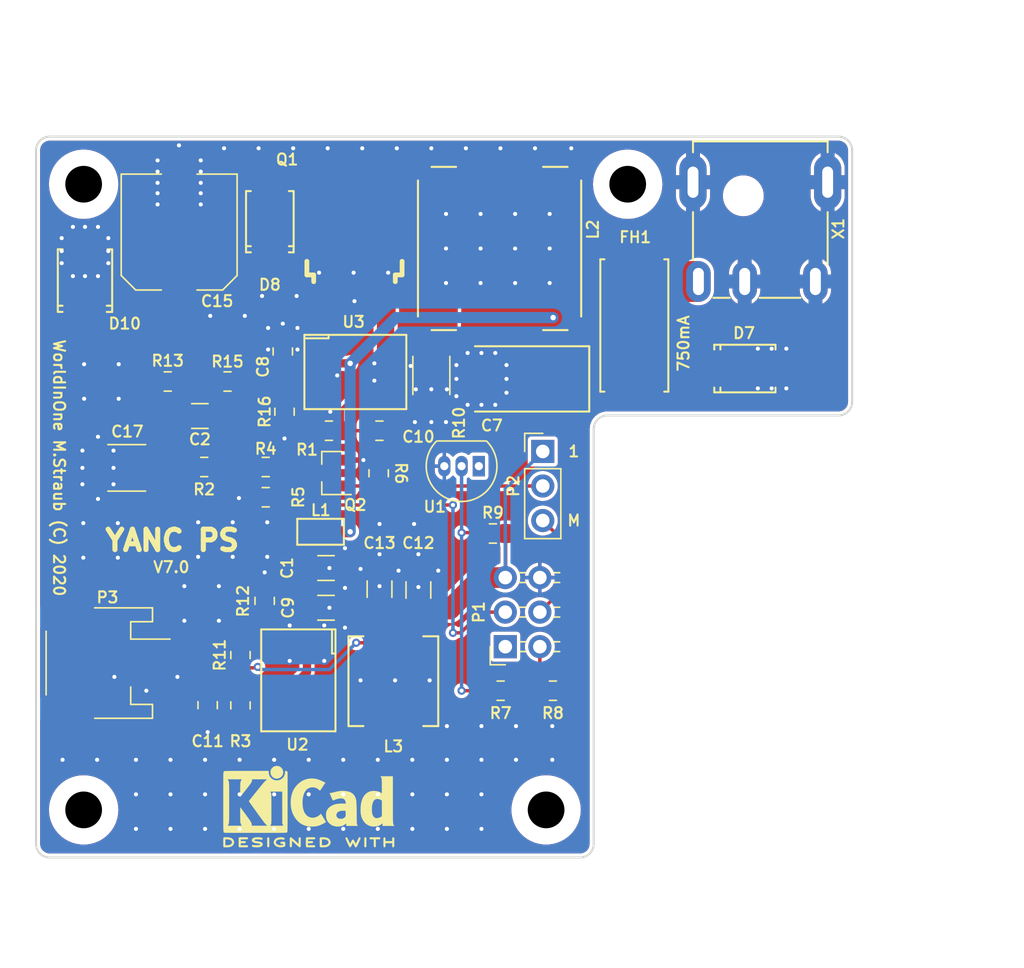
<source format=kicad_pcb>
(kicad_pcb (version 20201002) (generator pcbnew)
  (layers (0 "F.Cu" signal "Top") (31 "B.Cu" signal "Bottom") (35 "F.Paste" user) (37 "F.SilkS" user "F.Silkscreen") (38 "B.Mask" user) (39 "F.Mask" user) (44 "Edge.Cuts" user))
  (net 0 "")
  (net 1 "GND")
  (net 2 "Net-(C10-Pad1)")
  (net 3 "Net-(D8-Pad2)")
  (net 4 "Net-(FH1-Pad1)")
  (net 5 "Net-(Q1-Pad2)")
  (net 6 "Net-(Q1-Pad1)")
  (net 7 "Net-(R13-Pad1)")
  (net 8 "Net-(R2-Pad1)")
  (net 9 "/170V")
  (net 10 "/UIN")
  (net 11 "Net-(Q2-Pad3)")
  (net 12 "/HVON")
  (net 13 "/U170V")
  (net 14 "/CASETEMP")
  (net 15 "Net-(R7-Pad1)")
  (net 16 "Net-(P2-Pad2)")
  (net 17 "Net-(C2-Pad2)")
  (net 18 "/5V")
  (net 19 "Net-(U1-Pad1)")
  (net 20 "/UB")
  (net 21 "Net-(L3-Pad1)")
  (net 22 "Net-(R3-Pad2)")
  (net 23 "Net-(R11-Pad1)")
  (net 24 "Net-(C11-Pad2)")
  (net 25 "Net-(P1-Pad1)")
  (module "Resistor_SMD:R_0805_2012Metric" (layer "F.Cu") (at 114.8865 97.79 180)
    (fp_text reference "R4" (at 0 1.3335 unlocked) (layer "F.SilkS") (effects (font (size 0.8128 0.8128) (thickness 0.1524))))
    (fp_text value "10K")
    (pad "1" smd roundrect (at -0.9375 0 180) (size 0.975 1.4) (layers "F.Cu" "F.Paste" "F.Mask") (net 13 "/U170V"))
    (pad "2" smd roundrect (at 0.9375 0 180) (size 0.975 1.4) (layers "F.Cu" "F.Paste" "F.Mask") (net 8 "Net-(R2-Pad1)"))
  )
  (module "Mounting_Holes:MountingHole_2.7mm_M2.5_DIN965" (layer "F.Cu") (at 101.5 77)
    (fp_text reference "MH4" hide)
    (fp_text value "Mounting_Hole")
    (pad "" np_thru_hole circle (at 0 0) (size 5 5) (drill 2.7) (layers *.Mask) (clearance 1.2))
  )
  (module "Resistor_SMD:R_0805_2012Metric" (layer "F.Cu") (at 119.53225 95.1215)
    (fp_text reference "R1" (at -1.61275 1.3985 unlocked) (layer "F.SilkS") (effects (font (size 0.8128 0.8128) (thickness 0.1524))))
    (fp_text value "22K")
    (pad "1" smd roundrect (at -0.9375 0) (size 0.975 1.4) (layers "F.Cu" "F.Paste" "F.Mask") (net 11 "Net-(Q2-Pad3)"))
    (pad "2" smd roundrect (at 0.9375 0) (size 0.975 1.4) (layers "F.Cu" "F.Paste" "F.Mask") (net 10 "/UIN"))
  )
  (module "Capacitor_SMD:C_1206_3216Metric_95" (layer "F.Cu") (at 119.3195 105.2195 180)
    (fp_text reference "C1" (at 2.8605 0 90 unlocked) (layer "F.SilkS") (effects (font (size 0.8128 0.8128) (thickness 0.1524))))
    (fp_text value "22µ")
    (pad "1" smd roundrect (at -1.4 0 180) (size 1.25 1.75) (layers "F.Cu" "F.Paste" "F.Mask") (roundrect_rratio 0.2) (net 1 "GND"))
    (pad "2" smd roundrect (at 1.4 0 180) (size 1.25 1.75) (layers "F.Cu" "F.Paste" "F.Mask") (roundrect_rratio 0.2) (net 20 "/UB"))
  )
  (module "Capacitor_SMD:C_Elec_8x10.2" (layer "F.Cu") (at 108.5215 80.518 90)
    (fp_text reference "C15" (at -5.08 2.794 unlocked) (layer "F.SilkS") (effects (font (size 0.8128 0.8128) (thickness 0.1524))))
    (fp_text value "3.3µ")
    (pad "1" smd roundrect (at -3.6 0 90) (size 4.5 2.1) (layers "F.Cu" "F.Paste" "F.Mask") (roundrect_rratio 0.1190480952380952) (net 9 "/170V"))
    (pad "2" smd roundrect (at 3.6 0 90) (size 4.5 2.1) (layers "F.Cu" "F.Paste" "F.Mask") (roundrect_rratio 0.1190480952380952) (net 1 "GND"))
  )
  (module "WIO_Mech:PJ-051A" (layer "F.Cu") (at 150 77.851 -90)
    (fp_text reference "X1" (at 2.413 -6.985 -270 unlocked) (layer "F.SilkS") (effects (font (size 0.8128 0.8128) (thickness 0.1524))))
    (fp_text value "PJ-051A")
    (pad "" np_thru_hole circle (at 0 0 270) (size 2.5 2.5) (drill 2.5) (layers *.Cu *.Mask))
    (pad "1" thru_hole oval (at 6.3 3.3 270) (size 3 1.8) (drill oval 2 0.8) (layers *.Cu *.Mask) (net 4 "Net-(FH1-Pad1)"))
    (pad "2" thru_hole oval (at 6.3 -5.3 270) (size 3 1.8) (drill oval 2 0.8) (layers *.Cu *.Mask) (net 1 "GND"))
    (pad "3" thru_hole oval (at 6.3 -0.1 270) (size 3 1.8) (drill oval 2 0.8) (layers *.Cu *.Mask) (net 1 "GND"))
    (pad "CASE" thru_hole oval (at -1 3.7 270) (size 4 2) (drill oval 2.3 0.8) (layers *.Cu *.Mask) (net 1 "GND"))
    (pad "CASE" thru_hole oval (at -1 -6.2 270) (size 4 2) (drill oval 2.3 0.8) (layers *.Cu *.Mask) (net 1 "GND"))
  )
  (module "Resistor_SMD:R_0805_2012Metric" (layer "F.Cu") (at 110.363 97.79 180)
    (fp_text reference "R2" (at 0 -1.65 unlocked) (layer "F.SilkS") (effects (font (size 0.8128 0.8128) (thickness 0.1524))))
    (fp_text value "470K")
    (pad "1" smd roundrect (at -0.9375 0 180) (size 0.975 1.4) (layers "F.Cu" "F.Paste" "F.Mask") (net 8 "Net-(R2-Pad1)"))
    (pad "2" smd roundrect (at 0.9375 0 180) (size 0.975 1.4) (layers "F.Cu" "F.Paste" "F.Mask") (net 9 "/170V"))
  )
  (module "Resistor_SMD:R_0805_2012Metric" (layer "F.Cu") (at 113.03 111.618 -90)
    (fp_text reference "R11" (at 0 1.524 90 unlocked) (layer "F.SilkS") (effects (font (size 0.8128 0.8128) (thickness 0.1524))))
    (fp_text value "52.3K")
    (pad "1" smd roundrect (at -0.9375 0 270) (size 0.975 1.4) (layers "F.Cu" "F.Paste" "F.Mask") (net 23 "Net-(R11-Pad1)"))
    (pad "2" smd roundrect (at 0.9375 0 270) (size 0.975 1.4) (layers "F.Cu" "F.Paste" "F.Mask") (net 18 "/5V"))
  )
  (module "Connector_PinSocket_2.54mm:PinSocket_2x03_P2.54mm_Horizontal" (layer "F.Cu") (at 132.5 111 180)
    (fp_text reference "P1" (at 1.944 2.542 90 unlocked) (layer "F.SilkS") (effects (font (size 0.8128 0.8128) (thickness 0.1524))))
    (fp_text value "FE03-2W")
    (pad "1" thru_hole rect (at 0 0 180) (size 1.7 1.7) (drill 1) (layers *.Cu *.Mask) (net 25 "Net-(P1-Pad1)"))
    (pad "2" thru_hole oval (at -2.54 0 180) (size 1.7 1.7) (drill 1) (layers *.Cu *.Mask) (net 14 "/CASETEMP"))
    (pad "3" thru_hole oval (at 0 2.54 180) (size 1.7 1.7) (drill 1) (layers *.Cu *.Mask) (net 13 "/U170V"))
    (pad "4" thru_hole oval (at -2.54 2.54 180) (size 1.7 1.7) (drill 1) (layers *.Cu *.Mask) (net 12 "/HVON"))
    (pad "5" thru_hole oval (at 0 5.08 180) (size 1.7 1.7) (drill 1) (layers *.Cu *.Mask) (net 18 "/5V"))
    (pad "6" thru_hole oval (at -2.54 5.08 180) (size 1.7 1.7) (drill 1) (layers *.Cu *.Mask) (net 1 "GND"))
  )
  (module "Capacitor_SMD:C_1206_3216Metric_95" (layer "F.Cu") (at 126.111 106.8345 -90)
    (fp_text reference "C12" (at -3.4565 0 unlocked) (layer "F.SilkS") (effects (font (size 0.8128 0.8128) (thickness 0.1524))))
    (fp_text value "22µ")
    (pad "1" smd roundrect (at -1.4 0 270) (size 1.25 1.75) (layers "F.Cu" "F.Paste" "F.Mask") (roundrect_rratio 0.2) (net 1 "GND"))
    (pad "2" smd roundrect (at 1.4 0 270) (size 1.25 1.75) (layers "F.Cu" "F.Paste" "F.Mask") (roundrect_rratio 0.2) (net 18 "/5V"))
  )
  (module "Resistor_SMD:R_0805_2012Metric" (layer "F.Cu") (at 113.03 115.316 -90)
    (fp_text reference "R3" (at 2.634 0 unlocked) (layer "F.SilkS") (effects (font (size 0.8128 0.8128) (thickness 0.1524))))
    (fp_text value "22K")
    (pad "1" smd roundrect (at -0.9375 0 270) (size 0.975 1.4) (layers "F.Cu" "F.Paste" "F.Mask") (net 24 "Net-(C11-Pad2)"))
    (pad "2" smd roundrect (at 0.9375 0 270) (size 0.975 1.4) (layers "F.Cu" "F.Paste" "F.Mask") (net 22 "Net-(R3-Pad2)"))
  )
  (module "Mounting_Holes:MountingHole_2.7mm_M2.5_DIN965" (layer "F.Cu") (at 101.5 123)
    (fp_text reference "MH1" hide)
    (fp_text value "Mounting_Hole")
    (pad "" np_thru_hole circle (at 0 0) (size 5 5) (drill 2.7) (layers *.Mask) (clearance 1.2))
  )
  (module "TO_SOT_Packages_SMD:SOT-23" (layer "F.Cu") (at 119.768 98.2345 180)
    (fp_text reference "Q2" (at -1.7075 -2.3495 unlocked) (layer "F.SilkS") (effects (font (size 0.8128 0.8128) (thickness 0.1524))))
    (fp_text value "BSS138")
    (pad "1" smd rect (at -1.15 -0.95 180) (size 1 0.8) (layers "F.Cu" "F.Paste" "F.Mask") (net 16 "Net-(P2-Pad2)"))
    (pad "2" smd rect (at -1.15 0.95 180) (size 1 0.8) (layers "F.Cu" "F.Paste" "F.Mask") (net 1 "GND"))
    (pad "3" smd rect (at 1.15 0 180) (size 1 0.8) (layers "F.Cu" "F.Paste" "F.Mask") (net 11 "Net-(Q2-Pad3)"))
  )
  (module "Resistor_SMD:R_0805_2012Metric" (layer "F.Cu") (at 114.808 107.6325 -90)
    (fp_text reference "R12" (at 0.0155 1.5875 90 unlocked) (layer "F.SilkS") (effects (font (size 0.8128 0.8128) (thickness 0.1524))))
    (fp_text value "10K")
    (pad "1" smd roundrect (at -0.9375 0 270) (size 0.975 1.4) (layers "F.Cu" "F.Paste" "F.Mask") (net 1 "GND"))
    (pad "2" smd roundrect (at 0.9375 0 270) (size 0.975 1.4) (layers "F.Cu" "F.Paste" "F.Mask") (net 23 "Net-(R11-Pad1)"))
  )
  (module "TO_SOT_Packages_THT:TO-92_Inline_Narrow_Oval" (layer "F.Cu") (at 130.556 97.7265 180)
    (fp_text reference "U1" (at 3.2385 -2.9845) (layer "F.SilkS") (effects (font (size 0.8128 0.8128) (thickness 0.1524))))
    (fp_text value "LM335Z")
    (pad "1" thru_hole rect (at 0 0) (size 0.89916 1.50114) (drill 0.6) (layers *.Cu *.Mask) (net 19 "Net-(U1-Pad1)"))
    (pad "2" thru_hole oval (at 1.27 0) (size 0.89916 1.50114) (drill 0.6) (layers *.Cu *.Mask) (net 15 "Net-(R7-Pad1)"))
    (pad "3" thru_hole oval (at 2.54 0) (size 0.89916 1.50114) (drill 0.6) (layers *.Cu *.Mask) (net 1 "GND"))
  )
  (module "Housings_SOIC:SOIC-8_3.9x4.9mm_Pitch1.27mm" (layer "F.Cu") (at 117.2845 113.4745 -90)
    (fp_text reference "U2" (at 4.7295 0.0635 unlocked) (layer "F.SilkS") (effects (font (size 0.8128 0.8128) (thickness 0.1524))))
    (fp_text value "AOZ1015AI")
    (pad "1" smd rect (at -2.7 -1.905 270) (size 1.55 0.6) (layers "F.Cu" "F.Paste" "F.Mask") (net 1 "GND"))
    (pad "2" smd rect (at -2.7 -0.635 270) (size 1.55 0.6) (layers "F.Cu" "F.Paste" "F.Mask") (net 20 "/UB"))
    (pad "3" smd rect (at -2.7 0.635 270) (size 1.55 0.6) (layers "F.Cu" "F.Paste" "F.Mask") (net 1 "GND"))
    (pad "4" smd rect (at -2.7 1.905 270) (size 1.55 0.6) (layers "F.Cu" "F.Paste" "F.Mask") (net 23 "Net-(R11-Pad1)"))
    (pad "5" smd rect (at 2.7 1.905 270) (size 1.55 0.6) (layers "F.Cu" "F.Paste" "F.Mask") (net 22 "Net-(R3-Pad2)"))
    (pad "6" smd rect (at 2.7 0.635 270) (size 1.55 0.6) (layers "F.Cu" "F.Paste" "F.Mask") (net 20 "/UB"))
    (pad "7" smd rect (at 2.7 -0.635 270) (size 1.55 0.6) (layers "F.Cu" "F.Paste" "F.Mask") (net 21 "Net-(L3-Pad1)"))
    (pad "8" smd rect (at 2.7 -1.905 270) (size 1.55 0.6) (layers "F.Cu" "F.Paste" "F.Mask") (net 21 "Net-(L3-Pad1)"))
  )
  (module "Capacitor_SMD:C_1812_4532Metric" (layer "F.Cu") (at 104.6695 97.8535 180)
    (fp_text reference "C17" (at -0.042 2.667 unlocked) (layer "F.SilkS") (effects (font (size 0.8128 0.8128) (thickness 0.1524))))
    (fp_text value "100N")
    (pad "1" smd roundrect (at -2.1375 0 180) (size 1.125 3.4) (layers "F.Cu" "F.Paste" "F.Mask") (roundrect_rratio 0.2222222222222222) (net 9 "/170V"))
    (pad "2" smd roundrect (at 2.1375 0 180) (size 1.125 3.4) (layers "F.Cu" "F.Paste" "F.Mask") (roundrect_rratio 0.2222222222222222) (net 1 "GND"))
  )
  (module "Resistor_SMD:R_2010_5025Metric" (layer "F.Cu") (at 127.0635 91.059 -90)
    (fp_text reference "R10" (at 3.4925 -2.032 90) (layer "F.SilkS") (effects (font (size 0.8128 0.8128) (thickness 0.1524))))
    (fp_text value "0.05E")
    (pad "1" smd roundrect (at -2.25 0 270) (size 1.35 2.65) (layers "F.Cu" "F.Paste" "F.Mask") (roundrect_rratio 0.185185) (net 5 "Net-(Q1-Pad2)"))
    (pad "2" smd roundrect (at 2.25 0 270) (size 1.35 2.65) (layers "F.Cu" "F.Paste" "F.Mask") (roundrect_rratio 0.185185) (net 1 "GND"))
  )
  (module "Diodes_SMD:SMA_Standard" (layer "F.Cu") (at 115.189 79.756 90)
    (fp_text reference "D8" (at -4.6355 0 unlocked) (layer "F.SilkS") (effects (font (size 0.8128 0.8128) (thickness 0.1524))))
    (fp_text value "ES1G")
    (pad "1" smd rect (at -1.99898 0 90) (size 2.49936 1.80086) (layers "F.Cu" "F.Paste" "F.Mask") (net 9 "/170V"))
    (pad "2" smd rect (at 1.99898 0 90) (size 2.49936 1.80086) (layers "F.Cu" "F.Paste" "F.Mask") (net 3 "Net-(D8-Pad2)"))
  )
  (module "Resistor_SMD:R_0805_2012Metric" (layer "F.Cu") (at 116.2685 93.726 90)
    (fp_text reference "R16" (at 0 -1.4605 90 unlocked) (layer "F.SilkS") (effects (font (size 0.8128 0.8128) (thickness 0.1524))))
    (fp_text value "8.2K")
    (pad "1" smd roundrect (at -0.9375 0 90) (size 0.975 1.4) (layers "F.Cu" "F.Paste" "F.Mask") (net 1 "GND"))
    (pad "2" smd roundrect (at 0.9375 0 90) (size 0.975 1.4) (layers "F.Cu" "F.Paste" "F.Mask") (net 17 "Net-(C2-Pad2)"))
  )
  (module "Capacitor_SMD:C_0805_2012Metric_60" (layer "F.Cu") (at 123.24525 95.1215 180)
    (fp_text reference "C10" (at -2.86575 -0.446 unlocked) (layer "F.SilkS") (effects (font (size 0.8128 0.8128) (thickness 0.1524))))
    (fp_text value "100N")
    (pad "1" smd roundrect (at -0.9375 0 180) (size 0.975 1.4) (layers "F.Cu" "F.Paste" "F.Mask") (net 2 "Net-(C10-Pad1)"))
    (pad "2" smd roundrect (at 0.9375 0 180) (size 0.975 1.4) (layers "F.Cu" "F.Paste" "F.Mask") (net 1 "GND"))
  )
  (module "Capacitor_SMD:C_0805_2012Metric_60" (layer "F.Cu") (at 110.617 115.301 90)
    (fp_text reference "C11" (at -2.649 0 unlocked) (layer "F.SilkS") (effects (font (size 0.8128 0.8128) (thickness 0.1524))))
    (fp_text value "2.7N")
    (pad "1" smd roundrect (at -0.9375 0 90) (size 0.975 1.4) (layers "F.Cu" "F.Paste" "F.Mask") (net 1 "GND"))
    (pad "2" smd roundrect (at 0.9375 0 90) (size 0.975 1.4) (layers "F.Cu" "F.Paste" "F.Mask") (net 24 "Net-(C11-Pad2)"))
  )
  (module "Mounting_Holes:MountingHole_2.7mm_M2.5_DIN965" (layer "F.Cu") (at 135.5 123)
    (fp_text reference "MH2" hide)
    (fp_text value "Mounting_Hole")
    (pad "" np_thru_hole circle (at 0 0) (size 5 5) (drill 2.7) (layers *.Mask) (clearance 1.2))
  )
  (module "Diodes_SMD:SMB_Standard" (layer "F.Cu") (at 101.6 84.08416 90)
    (fp_text reference "D10" (at -3.16484 2.921) (layer "F.SilkS") (effects (font (size 0.8128 0.8128) (thickness 0.1524))))
    (fp_text value "SMBJ5388B")
    (pad "1" smd rect (at -2.14884 0 90) (size 2.49936 2.30124) (layers "F.Cu" "F.Paste" "F.Mask") (net 9 "/170V"))
    (pad "2" smd rect (at 2.14884 0 90) (size 2.49936 2.30124) (layers "F.Cu" "F.Paste" "F.Mask") (net 1 "GND"))
  )
  (module "Resistor_SMD:R_0805_2012Metric" (layer "F.Cu") (at 136.002 114.2365)
    (fp_text reference "R8" (at 0 1.651 unlocked) (layer "F.SilkS") (effects (font (size 0.8128 0.8128) (thickness 0.1524))))
    (fp_text value "10K")
    (pad "1" smd roundrect (at -0.9375 0) (size 0.975 1.4) (layers "F.Cu" "F.Paste" "F.Mask") (net 14 "/CASETEMP"))
    (pad "2" smd roundrect (at 0.9375 0) (size 0.975 1.4) (layers "F.Cu" "F.Paste" "F.Mask") (net 1 "GND"))
  )
  (module "Inductors_SMD:Inductor_0630" (layer "F.Cu") (at 124.2695 113.538 90)
    (fp_text reference "L3" (at -4.793 0 unlocked) (layer "F.SilkS") (effects (font (size 0.8128 0.8128) (thickness 0.1524))))
    (fp_text value "10µ")
    (pad "1" smd rect (at -2.8 0 90) (size 1.9 3.7) (layers "F.Cu" "F.Paste" "F.Mask") (net 21 "Net-(L3-Pad1)"))
    (pad "2" smd rect (at 2.8 0 90) (size 1.9 3.7) (layers "F.Cu" "F.Paste" "F.Mask") (net 18 "/5V"))
  )
  (module "Capacitor_SMD:C_1206_3216Metric_95" (layer "F.Cu") (at 123.2535 106.771 -90)
    (fp_text reference "C13" (at -3.393 0 unlocked) (layer "F.SilkS") (effects (font (size 0.8128 0.8128) (thickness 0.1524))))
    (fp_text value "22µ")
    (pad "1" smd roundrect (at -1.4 0 270) (size 1.25 1.75) (layers "F.Cu" "F.Paste" "F.Mask") (roundrect_rratio 0.2) (net 1 "GND"))
    (pad "2" smd roundrect (at 1.4 0 270) (size 1.25 1.75) (layers "F.Cu" "F.Paste" "F.Mask") (roundrect_rratio 0.2) (net 18 "/5V"))
  )
  (module "Resistor_SMD:R_0805_2012Metric" (layer "F.Cu") (at 107.681 91.5035 180)
    (fp_text reference "R13" (at 0 1.524 unlocked) (layer "F.SilkS") (effects (font (size 0.8128 0.8128) (thickness 0.1524))))
    (fp_text value "470K")
    (pad "1" smd roundrect (at -0.9375 0 180) (size 0.975 1.4) (layers "F.Cu" "F.Paste" "F.Mask") (net 7 "Net-(R13-Pad1)"))
    (pad "2" smd roundrect (at 0.9375 0 180) (size 0.975 1.4) (layers "F.Cu" "F.Paste" "F.Mask") (net 9 "/170V"))
  )
  (module "Capacitors_Tantalum_SMD:Tantalum_Case-D_EIA-7343-31_Reflow" (layer "F.Cu") (at 133.9215 91.313 180)
    (fp_text reference "C7" (at 2.413 -3.429 unlocked) (layer "F.SilkS") (effects (font (size 0.8128 0.8128) (thickness 0.1524))))
    (fp_text value "100µ")
    (pad "1" smd rect (at -3.175 0 180) (size 2.55 2.7) (layers "F.Cu" "F.Paste" "F.Mask") (net 10 "/UIN"))
    (pad "2" smd rect (at 3.175 0 180) (size 2.55 2.7) (layers "F.Cu" "F.Paste" "F.Mask") (net 1 "GND"))
  )
  (module "Diodes_SMD:SMA_Standard" (layer "F.Cu") (at 150.114 90.551)
    (fp_text reference "D7" (at -0.0635 -2.6035 unlocked) (layer "F.SilkS") (effects (font (size 0.8128 0.8128) (thickness 0.1524))))
    (fp_text value "SS34")
    (pad "1" smd rect (at -1.99898 0) (size 2.49936 1.80086) (layers "F.Cu" "F.Paste" "F.Mask") (net 10 "/UIN"))
    (pad "2" smd rect (at 1.99898 0) (size 2.49936 1.80086) (layers "F.Cu" "F.Paste" "F.Mask") (net 1 "GND"))
  )
  (module "Mounting_Holes:MountingHole_2.7mm_M2.5_DIN965" (layer "F.Cu") (at 141.5 77)
    (fp_text reference "MH3" hide)
    (fp_text value "Mounting_Hole")
    (pad "" np_thru_hole circle (at 0 0) (size 5 5) (drill 2.7) (layers *.Mask) (clearance 1.2))
  )
  (module "Housings_SOIC:SOIC-8_3.9x4.9mm_Pitch1.27mm" (layer "F.Cu") (at 121.4755 90.805)
    (fp_text reference "U3" (at -0.127 -3.683 unlocked) (layer "F.SilkS") (effects (font (size 0.8128 0.8128) (thickness 0.1524))))
    (fp_text value "MAX1771")
    (pad "1" smd rect (at -2.7 -1.905) (size 1.55 0.6) (layers "F.Cu" "F.Paste" "F.Mask") (net 6 "Net-(Q1-Pad1)"))
    (pad "2" smd rect (at -2.7 -0.635) (size 1.55 0.6) (layers "F.Cu" "F.Paste" "F.Mask") (net 10 "/UIN"))
    (pad "3" smd rect (at -2.7 0.635) (size 1.55 0.6) (layers "F.Cu" "F.Paste" "F.Mask") (net 17 "Net-(C2-Pad2)"))
    (pad "4" smd rect (at -2.7 1.905) (size 1.55 0.6) (layers "F.Cu" "F.Paste" "F.Mask") (net 11 "Net-(Q2-Pad3)"))
    (pad "5" smd rect (at 2.7 1.905) (size 1.55 0.6) (layers "F.Cu" "F.Paste" "F.Mask") (net 2 "Net-(C10-Pad1)"))
    (pad "6" smd rect (at 2.7 0.635) (size 1.55 0.6) (layers "F.Cu" "F.Paste" "F.Mask") (net 1 "GND"))
    (pad "7" smd rect (at 2.7 -0.635) (size 1.55 0.6) (layers "F.Cu" "F.Paste" "F.Mask") (net 1 "GND"))
    (pad "8" smd rect (at 2.7 -1.905) (size 1.55 0.6) (layers "F.Cu" "F.Paste" "F.Mask") (net 5 "Net-(Q1-Pad2)"))
  )
  (module "Resistor_SMD:R_0805_2012Metric" (layer "F.Cu") (at 112.0775 91.5035 180)
    (fp_text reference "R15" (at 0 1.4605 unlocked) (layer "F.SilkS") (effects (font (size 0.8128 0.8128) (thickness 0.1524))))
    (fp_text value "470K")
    (pad "1" smd roundrect (at -0.9375 0 180) (size 0.975 1.4) (layers "F.Cu" "F.Paste" "F.Mask") (net 17 "Net-(C2-Pad2)"))
    (pad "2" smd roundrect (at 0.9375 0 180) (size 0.975 1.4) (layers "F.Cu" "F.Paste" "F.Mask") (net 7 "Net-(R13-Pad1)"))
  )
  (module "Connector_JST:JST_PH_S2B-PH-SM4-TB_1x02-1MP_P2.00mm_Horizontal" (layer "F.Cu") (at 103.251 112.2045 -90)
    (fp_text reference "P3" (at -4.826 0 unlocked) (layer "F.SilkS") (effects (font (size 0.8128 0.8128) (thickness 0.1524))))
    (fp_text value "JSTPHMHS-2")
    (pad "1" smd roundrect (at -1 -2.85 270) (size 1 3.5) (layers "F.Cu" "F.Paste" "F.Mask") (net 9 "/170V"))
    (pad "2" smd roundrect (at 1 -2.85 270) (size 1 3.5) (layers "F.Cu" "F.Paste" "F.Mask") (net 1 "GND"))
    (pad "MP" smd roundrect (at 3.35 2.9 270) (size 1.5 3.4) (layers "F.Cu" "F.Paste" "F.Mask") (roundrect_rratio 0.1666673333333333))
    (pad "MP" smd roundrect (at -3.35 2.9 270) (size 1.5 3.4) (layers "F.Cu" "F.Paste" "F.Mask") (roundrect_rratio 0.1666673333333333))
  )
  (module "Resistor_SMD:R_0805_2012Metric" (layer "F.Cu") (at 123.19 98.2495 -90)
    (fp_text reference "R6" (at 0 -1.65 -90 unlocked) (layer "F.SilkS") (effects (font (size 0.8128 0.8128) (thickness 0.1524))))
    (fp_text value "10K")
    (pad "1" smd roundrect (at -0.9375 0 270) (size 0.975 1.4) (layers "F.Cu" "F.Paste" "F.Mask") (net 1 "GND"))
    (pad "2" smd roundrect (at 0.9375 0 270) (size 0.975 1.4) (layers "F.Cu" "F.Paste" "F.Mask") (net 16 "Net-(P2-Pad2)"))
  )
  (module "Capacitor_SMD:C_1206_3216Metric_95" (layer "F.Cu") (at 119.3195 108.1405 180)
    (fp_text reference "C9" (at 2.797 0 90 unlocked) (layer "F.SilkS") (effects (font (size 0.8128 0.8128) (thickness 0.1524))))
    (fp_text value "22µ")
    (pad "1" smd roundrect (at -1.4 0 180) (size 1.25 1.75) (layers "F.Cu" "F.Paste" "F.Mask") (roundrect_rratio 0.2) (net 1 "GND"))
    (pad "2" smd roundrect (at 1.4 0 180) (size 1.25 1.75) (layers "F.Cu" "F.Paste" "F.Mask") (roundrect_rratio 0.2) (net 20 "/UB"))
  )
  (module "Capacitor_SMD:C_1206_3216Metric_95" (layer "F.Cu") (at 110.0455 94.0435)
    (fp_text reference "C2" (at 0 1.7145) (layer "F.SilkS") (effects (font (size 0.8128 0.8128) (thickness 0.1524))))
    (fp_text value "100P")
    (pad "1" smd roundrect (at -1.4 0) (size 1.25 1.75) (layers "F.Cu" "F.Paste" "F.Mask") (roundrect_rratio 0.2) (net 9 "/170V"))
    (pad "2" smd roundrect (at 1.4 0) (size 1.25 1.75) (layers "F.Cu" "F.Paste" "F.Mask") (roundrect_rratio 0.2) (net 17 "Net-(C2-Pad2)"))
  )
  (module "Inductors_SMD:INDC2012X110" (layer "F.Cu") (at 118.9195 102.5525 180)
    (fp_text reference "L1" (at -0.016 1.5875 unlocked) (layer "F.SilkS") (effects (font (size 0.8128 0.8128) (thickness 0.1524))))
    (fp_text value "FB0805")
    (pad "1" smd rect (at -1 0 180) (size 0.95 1.4) (layers "F.Cu" "F.Paste" "F.Mask") (net 10 "/UIN"))
    (pad "2" smd rect (at 1 0 180) (size 0.95 1.4) (layers "F.Cu" "F.Paste" "F.Mask") (net 20 "/UB"))
  )
  (module "Resistor_SMD:R_0805_2012Metric" (layer "F.Cu") (at 131.587 102.6795 180)
    (fp_text reference "R9" (at 0 1.524 unlocked) (layer "F.SilkS") (effects (font (size 0.8128 0.8128) (thickness 0.1524))))
    (fp_text value "1K")
    (pad "1" smd roundrect (at -0.9375 0 180) (size 0.975 1.4) (layers "F.Cu" "F.Paste" "F.Mask") (net 18 "/5V"))
    (pad "2" smd roundrect (at 0.9375 0 180) (size 0.975 1.4) (layers "F.Cu" "F.Paste" "F.Mask") (net 15 "Net-(R7-Pad1)"))
  )
  (module "Capacitor_SMD:C_0805_2012Metric_60" (layer "F.Cu") (at 116.1415 89.296 90)
    (fp_text reference "C8" (at -1.128 -1.4605 90 unlocked) (layer "F.SilkS") (effects (font (size 0.8128 0.8128) (thickness 0.1524))))
    (fp_text value "100N")
    (pad "1" smd roundrect (at -0.9375 0 90) (size 0.975 1.4) (layers "F.Cu" "F.Paste" "F.Mask") (net 10 "/UIN"))
    (pad "2" smd roundrect (at 0.9375 0 90) (size 0.975 1.4) (layers "F.Cu" "F.Paste" "F.Mask") (net 1 "GND"))
  )
  (module "Connector_PinHeader_2.54mm:PinHeader_1x03_P2.54mm_Vertical" (layer "F.Cu") (at 135.255 96.647)
    (fp_text reference "P2" (at -2.159 2.54 90 unlocked) (layer "F.SilkS") (effects (font (size 0.8128 0.8128) (thickness 0.1524))))
    (fp_text value "MA03-1")
    (pad "1" thru_hole rect (at 0 0) (size 1.7 1.7) (drill 1) (layers *.Cu *.Mask) (net 18 "/5V"))
    (pad "2" thru_hole oval (at 0 2.54) (size 1.7 1.7) (drill 1) (layers *.Cu *.Mask) (net 16 "Net-(P2-Pad2)"))
    (pad "3" thru_hole oval (at 0 5.08) (size 1.7 1.7) (drill 1) (layers *.Cu *.Mask) (net 12 "/HVON"))
  )
  (module "Resistor_SMD:R_0805_2012Metric" (layer "F.Cu") (at 132.1585 114.2365)
    (fp_text reference "R7" (at 0 1.651 unlocked) (layer "F.SilkS") (effects (font (size 0.8128 0.8128) (thickness 0.1524))))
    (fp_text value "15K")
    (pad "1" smd roundrect (at -0.9375 0) (size 0.975 1.4) (layers "F.Cu" "F.Paste" "F.Mask") (net 15 "Net-(R7-Pad1)"))
    (pad "2" smd roundrect (at 0.9375 0) (size 0.975 1.4) (layers "F.Cu" "F.Paste" "F.Mask") (net 14 "/CASETEMP"))
  )
  (module "Inductors_SMD:CDRH127" (layer "F.Cu") (at 132.08 81.7245 180)
    (fp_text reference "L2" (at -6.858 1.397 90 unlocked) (layer "F.SilkS") (effects (font (size 0.8128 0.8128) (thickness 0.1524))))
    (fp_text value "100µ")
    (pad "1" smd rect (at 0 -4.95 180) (size 5.4 2.9) (layers "F.Cu" "F.Paste" "F.Mask") (net 10 "/UIN"))
    (pad "2" smd rect (at 0 4.95 180) (size 5.4 2.9) (layers "F.Cu" "F.Paste" "F.Mask") (net 3 "Net-(D8-Pad2)"))
  )
  (module "Symbol:KiCad-Logo2_5mm_SilkScreen" (layer "F.Cu") (at 118.0465 122.7455)
    (fp_text reference "REF**" hide)
    (fp_text value "KiCad-Logo2_5mm_SilkScreen" hide)
  )
  (module "Housings_TO_SOT_SMD:TO-252" (layer "F.Cu") (at 121.412 82.167 90)
    (fp_text reference "Q1" (at 6.983 -4.953 unlocked) (layer "F.SilkS") (effects (font (size 0.8128 0.8128) (thickness 0.1524))))
    (fp_text value "FQD18N20")
    (pad "1" smd rect (at -3.6 -2.3 270) (size 2.45 1.45) (layers "F.Cu" "F.Paste" "F.Mask") (net 6 "Net-(Q1-Pad1)"))
    (pad "2" smd rect (at -3.6 2.3 270) (size 2.45 1.45) (layers "F.Cu" "F.Paste" "F.Mask") (net 5 "Net-(Q1-Pad2)"))
    (pad "3" smd rect (at 3.3 0 270) (size 6.95 6.95) (layers "F.Cu" "F.Mask") (net 3 "Net-(D8-Pad2)") (clearance 0.508))
  )
  (module "Resistor_SMD:R_0805_2012Metric" (layer "F.Cu") (at 114.8865 100.0125)
    (fp_text reference "R5" (at 2.398 0 90 unlocked) (layer "F.SilkS") (effects (font (size 0.8128 0.8128) (thickness 0.1524))))
    (fp_text value "3.9K")
    (pad "1" smd roundrect (at -0.9375 0) (size 0.975 1.4) (layers "F.Cu" "F.Paste" "F.Mask") (net 1 "GND"))
    (pad "2" smd roundrect (at 0.9375 0) (size 0.975 1.4) (layers "F.Cu" "F.Paste" "F.Mask") (net 13 "/U170V"))
  )
  (module "Fuse_Holders_and_Fuses:Littelfuse_Nano2_1808_Fuse_Holder_SMD" (layer "F.Cu") (at 141.986 87.386 -90)
    (fp_text reference "FH1" (at -6.487 -0.0635 unlocked) (layer "F.SilkS") (effects (font (size 0.8128 0.8128) (thickness 0.1524))))
    (fp_text value "FH1808")
    (pad "1" smd rect (at -3.185 0 270) (size 4.24 3.81) (layers "F.Cu" "F.Paste" "F.Mask") (net 4 "Net-(FH1-Pad1)"))
    (pad "2" smd rect (at 3.185 0 270) (size 4.24 3.81) (layers "F.Cu" "F.Paste" "F.Mask") (net 10 "/UIN"))
  )
  (gr_line (start 158 93) (end 158 74.5) (layer "Edge.Cuts") (width 0.15))
  (gr_line (start 157 73.5) (end 99 73.5) (layer "Edge.Cuts") (width 0.1524))
  (gr_arc (start 157 74.5) (end 158 74.5) (angle -90) (layer "Edge.Cuts") (width 0.1524))
  (gr_line (start 140 94) (end 157 94) (layer "Edge.Cuts") (width 0.1524))
  (gr_arc (start 140 95) (end 140 94) (angle -90) (layer "Edge.Cuts") (width 0.15))
  (gr_line (start 138 126.5) (end 99 126.5) (layer "Edge.Cuts") (width 0.1524))
  (gr_arc (start 99 125.5) (end 98 125.5) (angle -90) (layer "Edge.Cuts") (width 0.15))
  (gr_arc (start 138 125.5) (end 138 126.5) (angle -90) (layer "Edge.Cuts") (width 0.15))
  (gr_arc (start 99 74.5) (end 99 73.5) (angle -90) (layer "Edge.Cuts") (width 0.15))
  (gr_line (start 139 125.5) (end 139 95) (layer "Edge.Cuts") (width 0.1524))
  (gr_line (start 98 74.5) (end 98 125.5) (layer "Edge.Cuts") (width 0.1524))
  (gr_arc (start 157 93) (end 157 94) (angle -90) (layer "Edge.Cuts") (width 0.15))
  (gr_text "YANC PS" (at 108.0135 103.1875) (layer "F.SilkS") (effects (font (size 1.5 1.5) (thickness 0.375))))
  (gr_text "1" (at 137.541 96.647) (layer "F.SilkS") (effects (font (size 0.8128 0.8128) (thickness 0.1524))))
  (gr_text "M" (at 137.541 101.727) (layer "F.SilkS") (effects (font (size 0.8128 0.8128) (thickness 0.1524))))
  (gr_text "WorldInOne M.Straub (C) 2020" (at 99.695 97.8535 270) (layer "F.SilkS") (effects (font (size 0.8128 0.8128) (thickness 0.1524))))
  (gr_text "V7.0" (at 107.95 105.156) (layer "F.SilkS") (effects (font (size 0.8128 0.8128) (thickness 0.1524))))
  (gr_text "750mA" (at 145.6055 88.7095 90) (layer "F.SilkS") (effects (font (size 0.8128 0.8128) (thickness 0.1524))))
  (segment (start 100.711 83.7565) (end 100.711 80.137) (width 0.4064) (layer "F.Cu") (net 1))
  (segment (start 108.5088 74.1426) (end 108.5088 76.9053) (width 0.4064) (layer "F.Cu") (net 1))
  (segment (start 115.8575 88.3585) (end 115.062 89.154) (width 0.4064) (layer "F.Cu") (net 1))
  (segment (start 153.0985 90.551) (end 152.11298 90.551) (width 0.4064) (layer "F.Cu") (net 1))
  (segment (start 99.8855 81.915) (end 101.57968 81.915) (width 0.4064) (layer "F.Cu") (net 1))
  (segment (start 116.4255 88.3585) (end 117.221 89.154) (width 0.4064) (layer "F.Cu") (net 1))
  (segment (start 115.854 88.3585) (end 115.062 87.5665) (width 0.4064) (layer "F.Cu") (net 1))
  (segment (start 120.7135 106.68) (end 120.7135 108.1345) (width 0.4064) (layer "F.Cu") (net 1))
  (segment (start 132.588 90.297) (end 131.7625 90.297) (width 0.4064) (layer "F.Cu") (net 1))
  (segment (start 106.934 77.6605) (end 110.109 77.6605) (width 0.4064) (layer "F.Cu") (net 1))
  (segment (start 127.0635 93.309) (end 127.0635 94.488) (width 0.4064) (layer "F.Cu") (net 1))
  (segment (start 153.162 90.551) (end 152.11298 90.551) (width 0.4064) (layer "F.Cu") (net 1))
  (segment (start 129.7305 93.218) (end 129.7305 92.329) (width 0.4064) (layer "F.Cu") (net 1))
  (segment (start 106.934 78.486) (end 110.109 78.486) (width 0.4064) (layer "F.Cu") (net 1))
  (segment (start 129.7305 89.408) (end 129.7305 90.297) (width 0.4064) (layer "F.Cu") (net 1))
  (segment (start 126.111 106.6165) (end 126.111 105.4345) (width 0.4064) (layer "F.Cu") (net 1))
  (segment (start 121.8565 105.283) (end 123.1655 105.283) (width 0.4064) (layer "F.Cu") (net 1))
  (segment (start 119.1895 110.7745) (end 119.1895 112.0445) (width 0.4064) (layer "F.Cu") (net 1))
  (segment (start 125.8525 94.488) (end 125.8845 94.488) (width 0.4064) (layer "F.Cu") (net 1))
  (segment (start 119.5705 108.1405) (end 120.7195 108.1405) (width 0.4064) (layer "F.Cu") (net 1))
  (segment (start 128.1385 94.488) (end 128.1385 94.384) (width 0.4064) (layer "F.Cu") (net 1))
  (segment (start 110.109 76.8985) (end 108.541 76.8985) (width 0.4064) (layer "F.Cu") (net 1))
  (segment (start 101.6 83.7565) (end 101.6 81.93532) (width 0.4064) (layer "F.Cu") (net 1))
  (segment (start 103.3145 82.804) (end 99.8855 82.804) (width 0.4064) (layer "F.Cu") (net 1))
  (segment (start 116.1415 87.249) (end 116.1415 88.3585) (width 0.4064) (layer "F.Cu") (net 1))
  (segment (start 120.9205 97.282) (end 122.06761 97.282) (width 0.4064) (layer "F.Cu") (net 1))
  (segment (start 124.1755 90.17) (end 125.349 90.17) (width 0.4064) (layer "F.Cu") (net 1))
  (segment (start 103.3145 81.915) (end 101.62032 81.915) (width 0.4064) (layer "F.Cu") (net 1))
  (segment (start 112.918 100.076) (end 113.8855 100.076) (width 0.4064) (layer "F.Cu") (net 1))
  (segment (start 127.0635 93.309) (end 127.0635 92.075) (width 0.4064) (layer "F.Cu") (net 1))
  (segment (start 106.934 75.2475) (end 110.109 75.2475) (width 0.4064) (layer "F.Cu") (net 1))
  (segment (start 153.162 92.0115) (end 153.162 90.6145) (width 0.4064) (layer "F.Cu") (net 1))
  (segment (start 116.6495 109.441) (end 116.6495 110.7745) (width 0.4064) (layer "F.Cu") (net 1))
  (segment (start 106.934 76.073) (end 110.109 76.073) (width 0.4064) (layer "F.Cu") (net 1))
  (segment (start 127.5715 105.41) (end 126.1355 105.41) (width 0.4064) (layer "F.Cu") (net 1))
  (segment (start 125.349 90.17) (end 125.5395 90.3605) (width 0.4064) (layer "F.Cu") (net 1))
  (segment (start 101.4095 96.5835) (end 103.6955 96.5835) (width 0.4064) (layer "F.Cu") (net 1))
  (segment (start 120.7195 105.2195) (end 121.793 105.2195) (width 0.4064) (layer "F.Cu") (net 1))
  (segment (start 120.7135 103.759) (end 120.7135 105.2135) (width 0.4064) (layer "F.Cu") (net 1))
  (segment (start 128.2065 92.166) (end 127.0635 93.309) (width 0.4064) (layer "F.Cu") (net 1))
  (segment (start 151.0665 89.0905) (end 151.0665 90.551) (width 0.4064) (layer "F.Cu") (net 1))
  (segment (start 120.7135 109.601) (end 120.7135 108.1465) (width 0.4064) (layer "F.Cu") (net 1))
  (segment (start 103.759 113.2205) (end 108.3945 113.2205) (width 0.4064) (layer "F.Cu") (net 1))
  (segment (start 120.7135 106.68) (end 120.7135 105.2255) (width 0.4064) (layer "F.Cu") (net 1))
  (segment (start 122.8725 91.44) (end 124.1755 91.44) (width 0.4064) (layer "F.Cu") (net 1))
  (segment (start 125.9205 92.166) (end 127.0635 93.309) (width 0.4064) (layer "F.Cu") (net 1))
  (segment (start 125.8845 94.488) (end 127.0635 93.309) (width 0.4064) (layer "F.Cu") (net 1))
  (segment (start 103.3145 80.9625) (end 99.8855 80.9625) (width 0.4064) (layer "F.Cu") (net 1))
  (segment (start 110.617 117.2845) (end 110.617 116.2385) (width 0.4064) (layer "F.Cu") (net 1))
  (segment (start 102.5525 95.5675) (end 102.5525 100.1395) (width 0.4064) (layer "F.Cu") (net 1))
  (segment (start 114.808 105.537) (end 114.808 106.695) (width 0.4064) (layer "F.Cu") (net 1))
  (segment (start 124.1755 91.44) (end 125.857 91.44) (width 0.4064) (layer "F.Cu") (net 1))
  (segment (start 128.905 91.313) (end 130.7465 91.313) (width 0.4064) (layer "F.Cu") (net 1))
  (segment (start 128.2065 92.078999) (end 128.2065 92.166) (width 0.4064) (layer "F.Cu") (net 1))
  (segment (start 152.0825 92.0115) (end 152.0825 90.58148) (width 0.4064) (layer "F.Cu") (net 1))
  (segment (start 152.0825 89.0905) (end 152.0825 90.52052) (width 0.4064) (layer "F.Cu") (net 1))
  (segment (start 153.162 89.0905) (end 153.162 90.551) (width 0.4064) (layer "F.Cu") (net 1))
  (segment (start 151.0665 90.551) (end 152.11298 90.551) (width 0.4064) (layer "F.Cu") (net 1))
  (segment (start 123.2535 106.553) (end 123.2535 105.371) (width 0.4064) (layer "F.Cu") (net 1))
  (segment (start 130.7465 93.218) (end 130.7465 91.313) (width 0.4064) (layer "F.Cu") (net 1))
  (segment (start 132.588 92.329) (end 131.7625 92.329) (width 0.4064) (layer "F.Cu") (net 1))
  (segment (start 116.6495 110.7745) (end 116.6495 112.0445) (width 0.4064) (layer "F.Cu") (net 1))
  (segment (start 153.162 90.6145) (end 153.0985 90.551) (width 0.4064) (layer "F.Cu") (net 1))
  (segment (start 132.588 91.313) (end 130.7465 91.313) (width 0.4064) (layer "F.Cu") (net 1))
  (segment (start 131.7625 93.218) (end 131.7625 92.329) (width 0.4064) (layer "F.Cu") (net 1))
  (segment (start 119.5705 105.2195) (end 120.7195 105.2195) (width 0.4064) (layer "F.Cu") (net 1))
  (segment (start 125.9205 91.5035) (end 125.9205 92.078999) (width 0.4064) (layer "F.Cu") (net 1))
  (segment (start 123.2535 104.2035) (end 123.2535 105.371) (width 0.4064) (layer "F.Cu") (net 1))
  (segment (start 128.905 92.583) (end 129.4765 92.583) (width 0.4064) (layer "F.Cu") (net 1))
  (segment (start 128.905 90.297) (end 129.7305 90.297) (width 0.4064) (layer "F.Cu") (net 1))
  (segment (start 125.9205 92.078999) (end 125.9205 92.166) (width 0.4064) (layer "F.Cu") (net 1))
  (segment (start 124.6505 105.41) (end 126.0865 105.41) (width 0.4064) (layer "F.Cu") (net 1))
  (segment (start 125.857 91.44) (end 125.9205 91.5035) (width 0.4064) (layer "F.Cu") (net 1))
  (segment (start 151.0665 92.0115) (end 151.0665 90.551) (width 0.4064) (layer "F.Cu") (net 1))
  (segment (start 106.934 76.8985) (end 108.502 76.8985) (width 0.4064) (layer "F.Cu") (net 1))
  (segment (start 129.4765 92.583) (end 131.7625 90.297) (width 0.4064) (layer "F.Cu") (net 1))
  (segment (start 102.5525 83.7565) (end 102.5525 80.137) (width 0.4064) (layer "F.Cu") (net 1))
  (segment (start 101.4095 97.8535) (end 103.6955 97.8535) (width 0.4064) (layer "F.Cu") (net 1))
  (segment (start 101.4095 99.06) (end 103.6955 99.06) (width 0.4064) (layer "F.Cu") (net 1))
  (segment (start 106.1085 114.2365) (end 106.1085 113.212) (width 0.4064) (layer "F.Cu") (net 1))
  (segment (start 124.6505 105.41) (end 123.2925 105.41) (width 0.4064) (layer "F.Cu") (net 1))
  (segment (start 128.1385 94.384) (end 127.0635 93.309) (width 0.4064) (layer "F.Cu") (net 1))
  (segment (start 126.111 104.2035) (end 126.111 105.4345) (width 0.4064) (layer "F.Cu") (net 1))
  (segment (start 122.8725 90.17) (end 124.1755 90.17) (width 0.4064) (layer "F.Cu") (net 1))
  (segment (start 116.429 88.3585) (end 117.221 87.5665) (width 0.4064) (layer "F.Cu") (net 1))
  (segment (start 130.7465 89.408) (end 130.7465 91.313) (width 0.4064) (layer "F.Cu") (net 1))
  (segment (start 101.6 80.137) (end 101.6 81.93532) (width 0.4064) (layer "F.Cu") (net 1))
  (segment (start 119.1895 109.441) (end 119.1895 110.7745) (width 0.4064) (layer "F.Cu") (net 1))
  (segment (start 121.793 105.2195) (end 121.8565 105.283) (width 0.4064) (layer "F.Cu") (net 1))
  (via (at 110.4265 121.8565) (size 0.6) (drill 0.3) (layers "F.Cu" "B.Cu") (net 1))
  (via (at 102.5525 100.1395) (size 0.6) (drill 0.3) (layers "F.Cu" "B.Cu") (net 1))
  (via (at 118.0465 121.8565) (size 0.6) (drill 0.3) (layers "F.Cu" "B.Cu") (net 1))
  (via (at 122.06761 97.282) (size 0.6) (drill 0.3) (layers "F.Cu" "B.Cu") (net 1))
  (via (at 108.3945 113.2205) (size 0.6) (drill 0.3) (layers "F.Cu" "B.Cu") (net 1))
  (via (at 102.489 119.3165) (size 0.6) (drill 0.3) (layers "F.Cu" "B.Cu") (net 1))
  (via (at 110.109 77.6605) (size 0.6) (drill 0.3) (layers "F.Cu" "B.Cu") (net 1))
  (via (at 124.6505 105.41) (size 0.6) (drill 0.3) (layers "F.Cu" "B.Cu") (net 1))
  (via (at 123.1265 121.8565) (size 0.6) (drill 0.3) (layers "F.Cu" "B.Cu") (net 1))
  (via (at 104.0765 92.7735) (size 0.6) (drill 0.3) (layers "F.Cu" "B.Cu") (net 1))
  (via (at 116.6495 109.441) (size 0.6) (drill 0.3) (layers "F.Cu" "B.Cu") (net 1))
  (via (at 124.5235 74.3585) (size 0.6) (drill 0.3) (layers "F.Cu" "B.Cu") (net 1))
  (via (at 124.3965 113.4745) (size 0.6) (drill 0.3) (layers "F.Cu" "B.Cu") (net 1))
  (via (at 109.9185 101.854) (size 0.6) (drill 0.3) (layers "F.Cu" "B.Cu") (net 1))
  (via (at 126.111 106.6165) (size 0.6) (drill 0.3) (layers "F.Cu" "B.Cu") (net 1))
  (via (at 102.5525 83.7565) (size 0.6) (drill 0.3) (layers "F.Cu" "B.Cu") (net 1))
  (via (at 110.109 76.073) (size 0.6) (drill 0.3) (layers "F.Cu" "B.Cu") (net 1))
  (via (at 133.223 81.7245) (size 0.6) (drill 0.3) (layers "F.Cu" "B.Cu") (net 1))
  (via (at 114.808 105.537) (size 0.6) (drill 0.3) (layers "F.Cu" "B.Cu") (net 1))
  (via (at 112.9665 121.8565) (size 0.6) (drill 0.3) (layers "F.Cu" "B.Cu") (net 1))
  (via (at 114.9985 101.854) (size 0.6) (drill 0.3) (layers "F.Cu" "B.Cu") (net 1))
  (via (at 103.6955 97.8535) (size 0.6) (drill 0.3) (layers "F.Cu" "B.Cu") (net 1))
  (via (at 152.0825 92.0115) (size 0.6) (drill 0.3) (layers "F.Cu" "B.Cu") (net 1))
  (via (at 128.2065 121.8565) (size 0.6) (drill 0.3) (layers "F.Cu" "B.Cu") (net 1))
  (via (at 153.162 89.0905) (size 0.6) (drill 0.3) (layers "F.Cu" "B.Cu") (net 1))
  (via (at 126.111 104.2035) (size 0.6) (drill 0.3) (layers "F.Cu" "B.Cu") (net 1))
  (via (at 119.4435 74.3585) (size 0.6) (drill 0.3) (layers "F.Cu" "B.Cu") (net 1))
  (via (at 100.711 83.7565) (size 0.6) (drill 0.3) (layers "F.Cu" "B.Cu") (net 1))
  (via (at 101.6 83.7565) (size 0.6) (drill 0.3) (layers "F.Cu" "B.Cu") (net 1))
  (via (at 126.9365 113.4745) (size 0.6) (drill 0.3) (layers "F.Cu" "B.Cu") (net 1))
  (via (at 131.7625 89.408) (size 0.6) (drill 0.3) (layers "F.Cu" "B.Cu") (net 1))
  (via (at 119.1895 109.441) (size 0.6) (drill 0.3) (layers "F.Cu" "B.Cu") (net 1))
  (via (at 119.1895 112.0445) (size 0.6) (drill 0.3) (layers "F.Cu" "B.Cu") (net 1))
  (via (at 123.8885 83.5025) (size 0.6) (drill 0.3) (layers "F.Cu" "B.Cu") (net 1))
  (via (at 110.617 117.2845) (size 0.6) (drill 0.3) (layers "F.Cu" "B.Cu") (net 1))
  (via (at 123.2535 104.2035) (size 0.6) (drill 0.3) (layers "F.Cu" "B.Cu") (net 1))
  (via (at 127.0635 92.075) (size 0.6) (drill 0.3) (layers "F.Cu" "B.Cu") (net 1))
  (via (at 125.8525 94.488) (size 0.6) (drill 0.3) (layers "F.Cu" "B.Cu") (net 1))
  (via (at 110.4265 119.3165) (size 0.6) (drill 0.3) (layers "F.Cu" "B.Cu") (net 1))
  (via (at 114.6175 85.217) (size 0.6) (drill 0.3) (layers "F.Cu" "B.Cu") (net 1))
  (via (at 104.013 104.4575) (size 0.6) (drill 0.3) (layers "F.Cu" "B.Cu") (net 1))
  (via (at 128.143 81.7245) (size 0.6) (drill 0.3) (layers "F.Cu" "B.Cu") (net 1))
  (via (at 103.3145 82.804) (size 0.6) (drill 0.3) (layers "F.Cu" "B.Cu") (net 1))
  (via (at 135.9535 116.84) (size 0.6) (drill 0.3) (layers "F.Cu" "B.Cu") (net 1))
  (via (at 118.8085 83.5025) (size 0.6) (drill 0.3) (layers "F.Cu" "B.Cu") (net 1))
  (via (at 135.763 84.2645) (size 0.6) (drill 0.3) (layers "F.Cu" "B.Cu") (net 1))
  (via (at 106.934 75.2475) (size 0.6) (drill 0.3) (layers "F.Cu" "B.Cu") (net 1))
  (via (at 106.934 76.8985) (size 0.6) (drill 0.3) (layers "F.Cu" "B.Cu") (net 1))
  (via (at 119.5705 108.1405) (size 0.6) (drill 0.3) (layers "F.Cu" "B.Cu") (net 1))
  (via (at 116.6495 112.0445) (size 0.6) (drill 0.3) (layers "F.Cu" "B.Cu") (net 1))
  (via (at 103.759 113.2205) (size 0.6) (drill 0.3) (layers "F.Cu" "B.Cu") (net 1))
  (via (at 121.3485 83.5025) (size 0.6) (drill 0.3) (layers "F.Cu" "B.Cu") (net 1))
  (via (at 115.5065 121.8565) (size 0.6) (drill 0.3) (layers "F.Cu" "B.Cu") (net 1))
  (via (at 103.6955 96.5835) (size 0.6) (drill 0.3) (layers "F.Cu" "B.Cu") (net 1))
  (via (at 107.8865 119.3165) (size 0.6) (drill 0.3) (layers "F.Cu" "B.Cu") (net 1))
  (via (at 130.7465 93.218) (size 0.6) (drill 0.3) (layers "F.Cu" "B.Cu") (net 1))
  (via (at 127.0635 94.488) (size 0.6) (drill 0.3) (layers "F.Cu" "B.Cu") (net 1))
  (via (at 122.8725 91.44) (size 0.6) (drill 0.3) (layers "F.Cu" "B.Cu") (net 1))
  (via (at 121.412 85.598) (size 0.6) (drill 0.3) (layers "F.Cu" "B.Cu") (net 1))
  (via (at 130.7465 121.8565) (size 0.6) (drill 0.3) (layers "F.Cu" "B.Cu") (net 1))
  (via (at 133.223 84.2645) (size 0.6) (drill 0.3) (layers "F.Cu" "B.Cu") (net 1))
  (via (at 102.5525 95.5675) (size 0.6) (drill 0.3) (layers "F.Cu" "B.Cu") (net 1))
  (via (at 120.5865 124.3965) (size 0.6) (drill 0.3) (layers "F.Cu" "B.Cu") (net 1))
  (via (at 128.905 91.313) (size 0.6) (drill 0.3) (layers "F.Cu" "B.Cu") (net 1))
  (via (at 99.8855 81.915) (size 0.6) (drill 0.3) (layers "F.Cu" "B.Cu") (net 1))
  (via (at 105.3465 124.3965) (size 0.6) (drill 0.3) (layers "F.Cu" "B.Cu") (net 1))
  (via (at 132.1435 74.3585) (size 0.6) (drill 0.3) (layers "F.Cu" "B.Cu") (net 1))
  (via (at 128.2065 116.84) (size 0.6) (drill 0.3) (layers "F.Cu" "B.Cu") (net 1))
  (via (at 110.109 76.8985) (size 0.6) (drill 0.3) (layers "F.Cu" "B.Cu") (net 1))
  (via (at 101.473 104.4575) (size 0.6) (drill 0.3) (layers "F.Cu" "B.Cu") (net 1))
  (via (at 125.6665 119.3165) (size 0.6) (drill 0.3) (layers "F.Cu" "B.Cu") (net 1))
  (via (at 114.9985 104.394) (size 0.6) (drill 0.3) (layers "F.Cu" "B.Cu") (net 1))
  (via (at 103.3145 81.915) (size 0.6) (drill 0.3) (layers "F.Cu" "B.Cu") (net 1))
  (via (at 105.3465 121.8565) (size 0.6) (drill 0.3) (layers "F.Cu" "B.Cu") (net 1))
  (via (at 111.4425 106.553) (size 0.6) (drill 0.3) (layers "F.Cu" "B.Cu") (net 1))
  (via (at 106.934 76.073) (size 0.6) (drill 0.3) (layers "F.Cu" "B.Cu") (net 1))
  (via (at 108.5088 74.1426) (size 0.6) (drill 0.3) (layers "F.Cu" "B.Cu") (net 1))
  (via (at 117.1575 85.217) (size 0.6) (drill 0.3) (layers "F.Cu" "B.Cu") (net 1))
  (via (at 119.634 93.726) (size 0.6) (drill 0.3) (layers "F.Cu" "B.Cu") (net 1))
  (via (at 104.013 101.9175) (size 0.6) (drill 0.3) (layers "F.Cu" "B.Cu") (net 1))
  (via (at 125.9205 92.078999) (size 0.6) (drill 0.3) (layers "F.Cu" "B.Cu") (net 1))
  (via (at 125.5395 90.3605) (size 0.6) (drill 0.3) (layers "F.Cu" "B.Cu") (net 1))
  (via (at 128.143 79.1845) (size 0.6) (drill 0.3) (layers "F.Cu" "B.Cu") (net 1))
  (via (at 117.221 87.5665) (size 0.6) (drill 0.3) (layers "F.Cu" "B.Cu") (net 1))
  (via (at 119.5705 105.2195) (size 0.6) (drill 0.3) (layers "F.Cu" "B.Cu") (net 1))
  (via (at 125.6665 121.8565) (size 0.6) (drill 0.3) (layers "F.Cu" "B.Cu") (net 1))
  (via (at 128.2065 119.3165) (size 0.6) (drill 0.3) (layers "F.Cu" "B.Cu") (net 1))
  (via (at 128.143 84.2645) (size 0.6) (drill 0.3) (layers "F.Cu" "B.Cu") (net 1))
  (via (at 111.4425 109.093) (size 0.6) (drill 0.3) (layers "F.Cu" "B.Cu") (net 1))
  (via (at 130.7465 116.84) (size 0.6) (drill 0.3) (layers "F.Cu" "B.Cu") (net 1))
  (via (at 120.7135 109.601) (size 0.6) (drill 0.3) (layers "F.Cu" "B.Cu") (net 1))
  (via (at 101.5365 90.2335) (size 0.6) (drill 0.3) (layers "F.Cu" "B.Cu") (net 1))
  (via (at 109.9185 104.394) (size 0.6) (drill 0.3) (layers "F.Cu" "B.Cu") (net 1))
  (via (at 101.5365 92.7735) (size 0.6) (drill 0.3) (layers "F.Cu" "B.Cu") (net 1))
  (via (at 115.5065 119.3165) (size 0.6) (drill 0.3) (layers "F.Cu" "B.Cu") (net 1))
  (via (at 133.2865 119.3165) (size 0.6) (drill 0.3) (layers "F.Cu" "B.Cu") (net 1))
  (via (at 130.683 84.2645) (size 0.6) (drill 0.3) (layers "F.Cu" "B.Cu") (net 1))
  (via (at 121.8565 113.4745) (size 0.6) (drill 0.3) (layers "F.Cu" "B.Cu") (net 1))
  (via (at 121.9835 74.3585) (size 0.6) (drill 0.3) (layers "F.Cu" "B.Cu") (net 1))
  (via (at 112.4585 101.854) (size 0.6) (drill 0.3) (layers "F.Cu" "B.Cu") (net 1))
  (via (at 101.6 80.137) (size 0.6) (drill 0.3) (layers "F.Cu" "B.Cu") (net 1))
  (via (at 130.7465 124.3965) (size 0.6) (drill 0.3) (layers "F.Cu" "B.Cu") (net 1))
  (via (at 128.2065 124.3965) (size 0.6) (drill 0.3) (layers "F.Cu" "B.Cu") (net 1))
  (via (at 132.588 91.313) (size 0.6) (drill 0.3) (layers "F.Cu" "B.Cu") (net 1))
  (via (at 123.2535 106.553) (size 0.6) (drill 0.3) (layers "F.Cu" "B.Cu") (net 1))
  (via (at 102.5525 80.137) (size 0.6) (drill 0.3) (layers "F.Cu" "B.Cu") (net 1))
  (via (at 112.918 100.076) (size 0.6) (drill 0.3) (layers "F.Cu" "B.Cu") (net 1))
  (via (at 133.223 79.1845) (size 0.6) (drill 0.3) (layers "F.Cu" "B.Cu") (net 1))
  (via (at 130.7465 119.3165) (size 0.6) (drill 0.3) (layers "F.Cu" "B.Cu") (net 1))
  (via (at 137.3505 74.3585) (size 0.6) (drill 0.3) (layers "F.Cu" "B.Cu") (net 1))
  (via (at 120.7135 106.68) (size 0.6) (drill 0.3) (layers "F.Cu" "B.Cu") (net 1))
  (via (at 106.934 77.6605) (size 0.6) (drill 0.3) (layers "F.Cu" "B.Cu") (net 1))
  (via (at 113.3475 86.6775) (size 0.6) (drill 0.3) (layers "F.Cu" "B.Cu") (net 1))
  (via (at 152.0825 89.0905) (size 0.6) (drill 0.3) (layers "F.Cu" "B.Cu") (net 1))
  (via (at 123.1265 119.3165) (size 0.6) (drill 0.3) (layers "F.Cu" "B.Cu") (net 1))
  (via (at 111.8235 74.3585) (size 0.6) (drill 0.3) (layers "F.Cu" "B.Cu") (net 1))
  (via (at 120.5865 119.3165) (size 0.6) (drill 0.3) (layers "F.Cu" "B.Cu") (net 1))
  (via (at 130.683 81.7245) (size 0.6) (drill 0.3) (layers "F.Cu" "B.Cu") (net 1))
  (via (at 120.5865 121.8565) (size 0.6) (drill 0.3) (layers "F.Cu" "B.Cu") (net 1))
  (via (at 130.683 79.1845) (size 0.6) (drill 0.3) (layers "F.Cu" "B.Cu") (net 1))
  (via (at 101.4095 99.06) (size 0.6) (drill 0.3) (layers "F.Cu" "B.Cu") (net 1))
  (via (at 99.8855 82.804) (size 0.6) (drill 0.3) (layers "F.Cu" "B.Cu") (net 1))
  (via (at 112.9665 119.3165) (size 0.6) (drill 0.3) (layers "F.Cu" "B.Cu") (net 1))
  (via (at 116.9035 74.3585) (size 0.6) (drill 0.3) (layers "F.Cu" "B.Cu") (net 1))
  (via (at 103.3145 80.9625) (size 0.6) (drill 0.3) (layers "F.Cu" "B.Cu") (net 1))
  (via (at 118.0465 119.3165) (size 0.6) (drill 0.3) (layers "F.Cu" "B.Cu") (net 1))
  (via (at 106.934 78.486) (size 0.6) (drill 0.3) (layers "F.Cu" "B.Cu") (net 1))
  (via (at 121.8565 105.283) (size 0.6) (drill 0.3) (layers "F.Cu" "B.Cu") (net 1))
  (via (at 131.7625 93.218) (size 0.6) (drill 0.3) (layers "F.Cu" "B.Cu") (net 1))
  (via (at 134.6835 74.3585) (size 0.6) (drill 0.3) (layers "F.Cu" "B.Cu") (net 1))
  (via (at 133.2865 116.84) (size 0.6) (drill 0.3) (layers "F.Cu" "B.Cu") (net 1))
  (via (at 105.3465 119.3165) (size 0.6) (drill 0.3) (layers "F.Cu" "B.Cu") (net 1))
  (via (at 115.062 87.5665) (size 0.6) (drill 0.3) (layers "F.Cu" "B.Cu") (net 1))
  (via (at 132.588 92.329) (size 0.6) (drill 0.3) (layers "F.Cu" "B.Cu") (net 1))
  (via (at 110.4265 124.3965) (size 0.6) (drill 0.3) (layers "F.Cu" "B.Cu") (net 1))
  (via (at 129.7305 93.218) (size 0.6) (drill 0.3) (layers "F.Cu" "B.Cu") (net 1))
  (via (at 135.9535 119.3165) (size 0.6) (drill 0.3) (layers "F.Cu" "B.Cu") (net 1))
  (via (at 117.221 89.154) (size 0.6) (drill 0.3) (layers "F.Cu" "B.Cu") (net 1))
  (via (at 151.0665 89.0905) (size 0.6) (drill 0.3) (layers "F.Cu" "B.Cu") (net 1))
  (via (at 120.7135 103.759) (size 0.6) (drill 0.3) (layers "F.Cu" "B.Cu") (net 1))
  (via (at 99.8855 80.9625) (size 0.6) (drill 0.3) (layers "F.Cu" "B.Cu") (net 1))
  (via (at 128.905 90.297) (size 0.6) (drill 0.3) (layers "F.Cu" "B.Cu") (net 1))
  (via (at 107.8865 124.3965) (size 0.6) (drill 0.3) (layers "F.Cu" "B.Cu") (net 1))
  (via (at 110.109 75.2475) (size 0.6) (drill 0.3) (layers "F.Cu" "B.Cu") (net 1))
  (via (at 118.0465 124.3965) (size 0.6) (drill 0.3) (layers "F.Cu" "B.Cu") (net 1))
  (via (at 130.7465 89.408) (size 0.6) (drill 0.3) (layers "F.Cu" "B.Cu") (net 1))
  (via (at 112.4585 104.394) (size 0.6) (drill 0.3) (layers "F.Cu" "B.Cu") (net 1))
  (via (at 122.8725 90.17) (size 0.6) (drill 0.3) (layers "F.Cu" "B.Cu") (net 1))
  (via (at 114.3635 74.3585) (size 0.6) (drill 0.3) (layers "F.Cu" "B.Cu") (net 1))
  (via (at 107.8865 121.8565) (size 0.6) (drill 0.3) (layers "F.Cu" "B.Cu") (net 1))
  (via (at 125.6665 124.3965) (size 0.6) (drill 0.3) (layers "F.Cu" "B.Cu") (net 1))
  (via (at 106.1085 114.2365) (size 0.6) (drill 0.3) (layers "F.Cu" "B.Cu") (net 1))
  (via (at 101.4095 96.5835) (size 0.6) (drill 0.3) (layers "F.Cu" "B.Cu") (net 1))
  (via (at 99.949 119.3165) (size 0.6) (drill 0.3) (layers "F.Cu" "B.Cu") (net 1))
  (via (at 123.1265 124.3965) (size 0.6) (drill 0.3) (layers "F.Cu" "B.Cu") (net 1))
  (via (at 153.162 92.0115) (size 0.6) (drill 0.3) (layers "F.Cu" "B.Cu") (net 1))
  (via (at 129.7305 89.408) (size 0.6) (drill 0.3) (layers "F.Cu" "B.Cu") (net 1))
  (via (at 135.763 79.1845) (size 0.6) (drill 0.3) (layers "F.Cu" "B.Cu") (net 1))
  (via (at 100.711 80.137) (size 0.6) (drill 0.3) (layers "F.Cu" "B.Cu") (net 1))
  (via (at 127.0635 74.3585) (size 0.6) (drill 0.3) (layers "F.Cu" "B.Cu") (net 1))
  (via (at 128.2065 92.078999) (size 0.6) (drill 0.3) (layers "F.Cu" "B.Cu") (net 1))
  (via (at 116.2685 95.6945) (size 0.6) (drill 0.3) (layers "F.Cu" "B.Cu") (net 1))
  (via (at 151.0665 92.0115) (size 0.6) (drill 0.3) (layers "F.Cu" "B.Cu") (net 1))
  (via (at 125.7935 101.981) (size 0.6) (drill 0.3) (layers "F.Cu" "B.Cu") (net 1))
  (via (at 127.5715 105.41) (size 0.6) (drill 0.3) (layers "F.Cu" "B.Cu") (net 1))
  (via (at 101.473 101.9175) (size 0.6) (drill 0.3) (layers "F.Cu" "B.Cu") (net 1))
  (via (at 132.588 90.297) (size 0.6) (drill 0.3) (layers "F.Cu" "B.Cu") (net 1))
  (via (at 112.9665 124.3965) (size 0.6) (drill 0.3) (layers "F.Cu" "B.Cu") (net 1))
  (via (at 108.9025 109.093) (size 0.6) (drill 0.3) (layers "F.Cu" "B.Cu") (net 1))
  (via (at 123.2535 101.981) (size 0.6) (drill 0.3) (layers "F.Cu" "B.Cu") (net 1))
  (via (at 101.4095 97.8535) (size 0.6) (drill 0.3) (layers "F.Cu" "B.Cu") (net 1))
  (via (at 128.1385 94.488) (size 0.6) (drill 0.3) (layers "F.Cu" "B.Cu") (net 1))
  (via (at 103.6955 99.06) (size 0.6) (drill 0.3) (layers "F.Cu" "B.Cu") (net 1))
  (via (at 110.109 78.486) (size 0.6) (drill 0.3) (layers "F.Cu" "B.Cu") (net 1))
  (via (at 108.9025 106.553) (size 0.6) (drill 0.3) (layers "F.Cu" "B.Cu") (net 1))
  (via (at 116.1415 87.249) (size 0.6) (drill 0.3) (layers "F.Cu" "B.Cu") (net 1))
  (via (at 115.062 89.154) (size 0.6) (drill 0.3) (layers "F.Cu" "B.Cu") (net 1))
  (via (at 128.905 92.583) (size 0.6) (drill 0.3) (layers "F.Cu" "B.Cu") (net 1))
  (via (at 135.763 81.7245) (size 0.6) (drill 0.3) (layers "F.Cu" "B.Cu") (net 1))
  (via (at 129.6035 74.3585) (size 0.6) (drill 0.3) (layers "F.Cu" "B.Cu") (net 1))
  (via (at 120.142 91.059) (size 0.6) (drill 0.3) (layers "F.Cu" "B.Cu") (net 1))
  (via (at 104.0765 90.2335) (size 0.6) (drill 0.3) (layers "F.Cu" "B.Cu") (net 1))
  (via (at 115.5065 124.3965) (size 0.6) (drill 0.3) (layers "F.Cu" "B.Cu") (net 1))
  (via (at 110.8075 86.6775) (size 0.6) (drill 0.3) (layers "F.Cu" "B.Cu") (net 1))
  (segment (start 124.1755 92.71) (end 124.1755 95.11425) (width 0.254) (layer "F.Cu") (net 2))
  (segment (start 108.6185 91.5035) (end 111.14 91.5035) (width 0.254) (layer "F.Cu") (net 7))
  (segment (start 111.3005 97.79) (end 113.3625 97.79) (width 0.254) (layer "F.Cu") (net 8))
  (segment (start 106.807 97.8535) (end 106.807 106.68) (width 0.8128) (layer "F.Cu") (net 9))
  (segment (start 106.807 97.8535) (end 109.362 97.8535) (width 0.4064) (layer "F.Cu") (net 9))
  (segment (start 108.6455 94.0435) (end 106.8705 94.0435) (width 0.254) (layer "F.Cu") (net 9))
  (segment (start 106.7435 94.1705) (end 106.7435 97.79) (width 0.8128) (layer "F.Cu") (net 9))
  (segment (start 106.101 107.386) (end 106.101 111.2045) (width 0.8128) (layer "F.Cu") (net 9))
  (segment (start 106.807 106.68) (end 106.101 107.386) (width 0.8128) (layer "F.Cu") (net 9))
  (segment (start 106.8705 94.0435) (end 106.7435 94.1705) (width 0.254) (layer "F.Cu") (net 9))
  (segment (start 108.5215 84.118) (end 106.7435 85.896) (width 0.8128) (layer "F.Cu") (net 9))
  (segment (start 106.7435 85.896) (end 106.7435 94.1705) (width 0.8128) (layer "F.Cu") (net 9))
  (segment (start 119.9195 102.5525) (end 121.0945 102.5525) (width 0.8128) (layer "F.Cu") (net 10))
  (segment (start 118.7755 90.17) (end 121.0945 90.17) (width 0.6096) (layer "F.Cu") (net 10))
  (segment (start 121.0945 92.9005) (end 121.0945 90.17) (width 0.254) (layer "F.Cu") (net 10))
  (segment (start 146.05 90.551) (end 148.11502 90.551) (width 1.778) (layer "F.Cu") (net 10))
  (segment (start 136.017 86.8045) (end 132.21 86.8045) (width 0.8128) (layer "F.Cu") (net 10))
  (segment (start 118.7755 90.17) (end 116.205 90.17) (width 0.6096) (layer "F.Cu") (net 10))
  (segment (start 146.05 90.551) (end 142.006 90.551) (width 1.778) (layer "F.Cu") (net 10))
  (segment (start 120.523 93.472) (end 120.523 95.06825) (width 0.254) (layer "F.Cu") (net 10))
  (segment (start 121.0945 92.9005) (end 120.523 93.472) (width 0.254) (layer "F.Cu") (net 10))
  (via (at 136.017 86.8045) (size 0.7) (drill 0.4) (layers "F.Cu" "B.Cu") (net 10))
  (via (at 121.0945 102.5525) (size 0.7) (drill 0.4) (layers "F.Cu" "B.Cu") (net 10))
  (via (at 121.0945 90.17) (size 0.7) (drill 0.4) (layers "F.Cu" "B.Cu") (net 10))
  (segment (start 121.0945 91.694) (end 121.0945 90.17) (width 0.8128) (layer "B.Cu") (net 10))
  (segment (start 121.0945 91.694) (end 121.0945 102.5525) (width 0.8128) (layer "B.Cu") (net 10))
  (segment (start 124.46 86.8045) (end 121.0945 90.17) (width 0.8128) (layer "B.Cu") (net 10))
  (segment (start 136.017 86.8045) (end 124.46 86.8045) (width 0.8128) (layer "B.Cu") (net 10))
  (segment (start 118.59475 95.1215) (end 118.59475 98.21125) (width 0.254) (layer "F.Cu") (net 11))
  (segment (start 118.7755 92.71) (end 118.7755 94.94075) (width 0.254) (layer "F.Cu") (net 11))
  (segment (start 137.16 103.632) (end 135.255 101.727) (width 0.254) (layer "F.Cu") (net 12))
  (segment (start 135.04 108.46) (end 137.16 106.34) (width 0.254) (layer "F.Cu") (net 12))
  (segment (start 137.16 106.34) (end 137.16 103.632) (width 0.254) (layer "F.Cu") (net 12))
  (segment (start 117.46 100.0125) (end 115.824 100.0125) (width 0.254) (layer "F.Cu") (net 13))
  (segment (start 129.2225 109.982) (end 128.651 109.982) (width 0.254) (layer "F.Cu") (net 13))
  (segment (start 132.5 108.46) (end 130.7445 108.46) (width 0.254) (layer "F.Cu") (net 13))
  (segment (start 130.7445 108.46) (end 129.2225 109.982) (width 0.254) (layer "F.Cu") (net 13))
  (segment (start 128.651 100.584) (end 118.0315 100.584) (width 0.254) (layer "F.Cu") (net 13))
  (segment (start 118.0315 100.584) (end 117.46 100.0125) (width 0.254) (layer "F.Cu") (net 13))
  (segment (start 115.824 97.79) (end 115.824 100.0125) (width 0.254) (layer "F.Cu") (net 13))
  (via (at 128.651 100.584) (size 0.6) (drill 0.3) (layers "F.Cu" "B.Cu") (net 13))
  (via (at 128.651 109.982) (size 0.6) (drill 0.3) (layers "F.Cu" "B.Cu") (net 13))
  (segment (start 128.651 109.982) (end 128.651 100.584) (width 0.254) (layer "B.Cu") (net 13))
  (segment (start 135.04 111) (end 135.04 114.212) (width 0.254) (layer "F.Cu") (net 14))
  (segment (start 135.0645 114.2365) (end 133.096 114.2365) (width 0.254) (layer "F.Cu") (net 14))
  (segment (start 131.221 114.2365) (end 129.286 114.2365) (width 0.254) (layer "F.Cu") (net 15))
  (segment (start 129.286 102.616) (end 130.586 102.616) (width 0.254) (layer "F.Cu") (net 15))
  (via (at 129.286 114.2365) (size 0.6) (drill 0.3) (layers "F.Cu" "B.Cu") (net 15))
  (via (at 129.286 102.616) (size 0.6) (drill 0.3) (layers "F.Cu" "B.Cu") (net 15))
  (segment (start 129.286 102.616) (end 129.286 97.7265) (width 0.254) (layer "B.Cu") (net 15))
  (segment (start 129.286 102.616) (end 129.286 114.2365) (width 0.254) (layer "B.Cu") (net 15))
  (segment (start 123.19 99.187) (end 135.255 99.187) (width 0.254) (layer "F.Cu") (net 16))
  (segment (start 120.918 99.1845) (end 123.1875 99.1845) (width 0.254) (layer "F.Cu") (net 16))
  (segment (start 111.4455 94.0435) (end 112.522 94.0435) (width 0.254) (layer "F.Cu") (net 17))
  (segment (start 112.522 94.0435) (end 113.015 93.5505) (width 0.254) (layer "F.Cu") (net 17))
  (segment (start 116.2685 92.7885) (end 116.2685 91.5035) (width 0.254) (layer "F.Cu") (net 17))
  (segment (start 113.015 93.5505) (end 113.015 91.5035) (width 0.254) (layer "F.Cu") (net 17))
  (segment (start 113.015 91.5035) (end 116.2685 91.5035) (width 0.254) (layer "F.Cu") (net 17))
  (segment (start 116.2685 91.5035) (end 118.712 91.5035) (width 0.254) (layer "F.Cu") (net 17))
  (segment (start 114.2335 112.5555) (end 114.3 112.489) (width 0.254) (layer "F.Cu") (net 18))
  (segment (start 123.2535 108.171) (end 126.0475 108.171) (width 1.016) (layer "F.Cu") (net 18))
  (segment (start 132.5 105.92) (end 130.7445 105.92) (width 1.524) (layer "F.Cu") (net 18))
  (segment (start 113.03 112.5555) (end 114.2335 112.5555) (width 0.254) (layer "F.Cu") (net 18))
  (segment (start 130.7445 105.92) (end 128.43 108.2345) (width 1.524) (layer "F.Cu") (net 18))
  (segment (start 132.5245 102.6795) (end 132.5245 105.8955) (width 0.254) (layer "F.Cu") (net 18))
  (segment (start 128.43 108.2345) (end 126.111 108.2345) (width 1.524) (layer "F.Cu") (net 18))
  (segment (start 121.539 110.711) (end 124.2425 110.711) (width 0.254) (layer "F.Cu") (net 18))
  (via (at 121.539 110.711) (size 0.6) (drill 0.3) (layers "F.Cu" "B.Cu") (net 18))
  (via (at 114.3 112.489) (size 0.6) (drill 0.3) (layers "F.Cu" "B.Cu") (net 18))
  (segment (start 119.5705 112.6795) (end 121.539 110.711) (width 0.254) (layer "B.Cu") (net 18))
  (segment (start 114.4905 112.6795) (end 119.5705 112.6795) (width 0.254) (layer "B.Cu") (net 18))
  (segment (start 132.5 99.402) (end 135.255 96.647) (width 0.254) (layer "B.Cu") (net 18))
  (segment (start 114.3 112.489) (end 114.4905 112.6795) (width 0.254) (layer "B.Cu") (net 18))
  (segment (start 132.5 105.92) (end 132.5 99.402) (width 0.254) (layer "B.Cu") (net 18))
  (segment (start 117.9195 110.7745) (end 117.9195 112.87) (width 0.6096) (layer "F.Cu") (net 20))
  (segment (start 116.6495 114.14) (end 116.6495 116.1745) (width 0.6096) (layer "F.Cu") (net 20))
  (segment (start 117.9195 112.87) (end 116.6495 114.14) (width 0.6096) (layer "F.Cu") (net 20))
  (segment (start 113.03 116.2535) (end 115.3005 116.2535) (width 0.254) (layer "F.Cu") (net 22))
  (segment (start 113.03 110.6805) (end 115.2855 110.6805) (width 0.254) (layer "F.Cu") (net 23))
  (segment (start 115.3795 110.7745) (end 115.3795 108.458) (width 0.254) (layer "F.Cu") (net 23))
  (segment (start 110.617 114.3635) (end 113.015 114.3635) (width 0.254) (layer "F.Cu") (net 24))
  (zone (net 21) (net_name "Net-(L3-Pad1)") (layer "F.Cu") (priority 1) (connect_pads yes (clearance 0.2032)) (min_thickness 0.254) (fill yes (thermal_gap 0.254) (thermal_bridge_width 0.254))
    (polygon (pts (xy 126.365 117.602) (xy 117.2845 117.602) (xy 117.2845 115.062) (xy 126.365 115.062)))
  )
  (zone (net 3) (net_name "Net-(D8-Pad2)") (layer "F.Cu") (priority 1) (connect_pads yes (clearance 0.254)) (min_thickness 0.2032) (fill yes (thermal_gap 0.254) (thermal_bridge_width 0.254) (smoothing fillet) (radius 0.2))
    (polygon (pts (xy 134.6835 78.105) (xy 122.4915 78.105) (xy 122.4915 79.5655) (xy 119.9515 79.5655) (xy 119.937989 79.254902) (xy 114.098719 79.197457) (xy 114.11223 75.507555) (xy 134.6835 75.438)))
  )
  (zone (net 5) (net_name "Net-(Q1-Pad2)") (layer "F.Cu") (priority 1) (connect_pads yes (clearance 0.254)) (min_thickness 0.2032) (fill yes (thermal_gap 0.254) (thermal_bridge_width 0.254))
    (polygon (pts (xy 124.333 88.3285) (xy 128.055671 88.3285) (xy 128.067585 89.3445) (xy 123.063 89.3445) (xy 123.063 85.598) (xy 124.333 85.598)))
  )
  (zone (net 4) (net_name "Net-(FH1-Pad1)") (layer "F.Cu") (priority 1) (connect_pads yes (clearance 0.254)) (min_thickness 0.2032) (fill yes (thermal_gap 0.254) (thermal_bridge_width 0.254))
    (polygon (pts (xy 146.7 85.651) (xy 141.7955 85.6615) (xy 141.7955 82.677) (xy 146.7 82.651)))
  )
  (zone (net 9) (net_name "/170V") (layer "F.Cu") (priority 1) (connect_pads yes (clearance 0.254)) (min_thickness 0.2032) (fill yes (thermal_gap 0.254) (thermal_bridge_width 0.254) (smoothing fillet) (radius 0.2))
    (polygon (pts (xy 116.332003 83.185) (xy 109.7915 83.185) (xy 109.7915 86.5505) (xy 102.9335 86.5505) (xy 102.9335 87.63) (xy 100.2665 87.63) (xy 100.2665 84.836) (xy 107.2515 84.836) (xy 107.2515 80.3275) (xy 116.332003 80.3275)))
  )
  (zone (net 20) (net_name "/UB") (layer "F.Cu") (priority 1) (connect_pads yes (clearance 0.2032)) (min_thickness 0.254) (fill yes (thermal_gap 0.254) (thermal_bridge_width 0.254))
    (polygon (pts (xy 118.5545 111.727) (xy 117.2845 111.727) (xy 117.2845 101.672221) (xy 118.5545 101.672221)))
  )
  (zone (net 0) (net_name "") (layer "F.Cu") (connect_pads (clearance 0)) (min_thickness 0.254)
    (keepout (tracks allowed) (vias allowed) (pads allowed) (copperpour not_allowed) (footprints allowed))
    (fill (thermal_gap 0.508) (thermal_bridge_width 0.508))
    (polygon (pts (xy 112.649 99.288422) (xy 108.0135 99.288422) (xy 108.0135 90.000999) (xy 112.649 90.000999)))
  )
  (zone (net 0) (net_name "") (layer "F.Cu") (connect_pads (clearance 0)) (min_thickness 0.254)
    (keepout (tracks allowed) (vias allowed) (pads allowed) (copperpour not_allowed) (footprints allowed))
    (fill (thermal_gap 0.508) (thermal_bridge_width 0.508))
    (polygon (pts (xy 117.9195 82.8675) (xy 116.6495 82.8675) (xy 116.6495 79.9465) (xy 117.9195 79.9465)))
  )
  (zone (net 6) (net_name "Net-(Q1-Pad1)") (layer "F.Cu") (priority 1) (connect_pads yes (clearance 0.254)) (min_thickness 0.2032) (fill yes (thermal_gap 0.254) (thermal_bridge_width 0.254))
    (polygon (pts (xy 119.761 89.3445) (xy 117.856 89.3445) (xy 117.856 88.3285) (xy 118.491 88.3285) (xy 118.491 85.471) (xy 119.761 85.471)))
  )
  (zone (net 1) (net_name "GND") (layers F&B.Cu) (connect_pads (clearance 0.254)) (min_thickness 0.2032) (fill yes (thermal_gap 0.254) (thermal_bridge_width 0.254) (smoothing fillet) (radius 0.2))
    (polygon (pts (xy 157.2 126.5) (xy 98 126.5) (xy 98 73.5) (xy 158 73.5)))
  )
  (zone (net 10) (net_name "/UIN") (layer "F.Cu") (priority 1) (connect_pads yes (clearance 0.254)) (min_thickness 0.2032) (fill yes (thermal_gap 0.254) (thermal_bridge_width 0.254) (smoothing fillet) (radius 0.2))
    (polygon (pts (xy 137.668 88.3285) (xy 144.0815 88.265) (xy 144.0815 92.837) (xy 133.2865 92.9005) (xy 133.2865 88.3285) (xy 129.2225 88.265) (xy 129.286 85.0265) (xy 137.668 85.0265)))
  )
  (zone (net 18) (net_name "/5V") (layer "F.Cu") (priority 1) (connect_pads yes (clearance 0.2032)) (min_thickness 0.254) (fill yes (thermal_gap 0.254) (thermal_bridge_width 0.254))
    (polygon (pts (xy 127.381 112.0445) (xy 122.047 112.0445) (xy 122.047 107.282) (xy 127.381 107.282)))
  )
)
</source>
